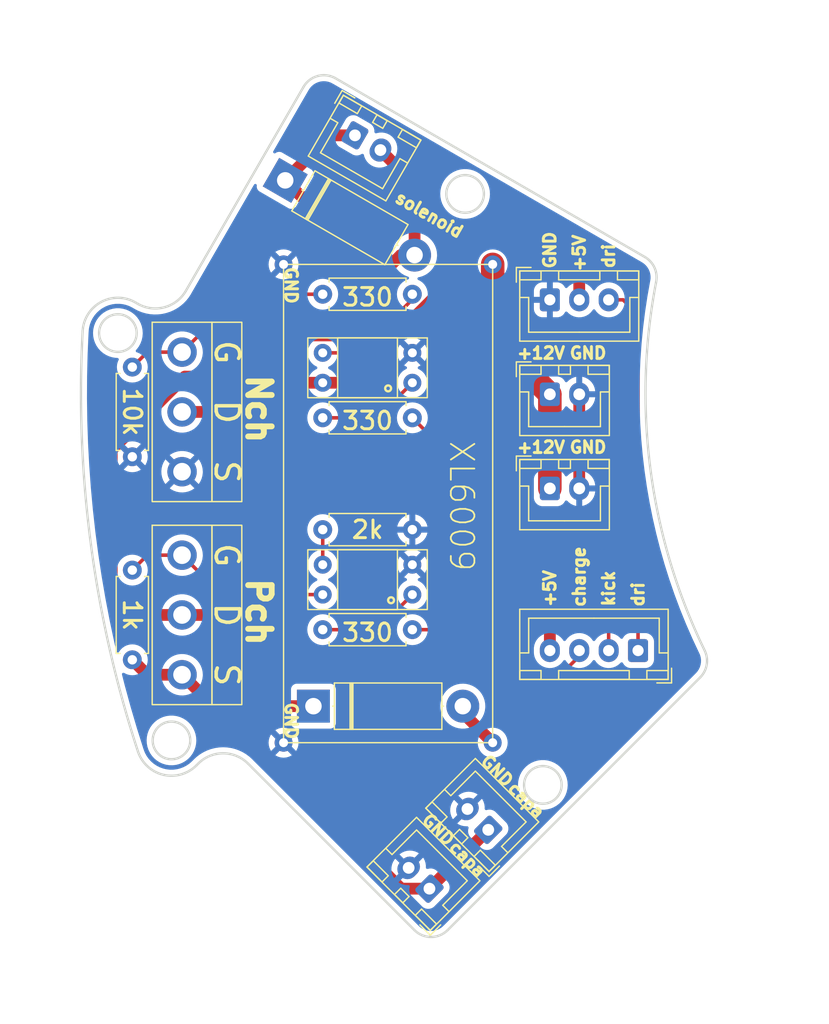
<source format=kicad_pcb>
(kicad_pcb (version 20211014) (generator pcbnew)
  (layers (0 "F.Cu" signal) (31 "B.Cu" signal) (34 "B.Paste" user) (35 "F.Paste" user) (36 "B.SilkS" user "B.Silkscreen") (37 "F.SilkS" user "F.Silkscreen") (38 "B.Mask" user) (39 "F.Mask" user) (44 "Edge.Cuts" user))
  (net 0 "")
  (net 1 "+48V")
  (net 2 "Net-(D1-Pad2)")
  (net 3 "Net-(D2-Pad1)")
  (net 4 "Net-(D2-Pad2)")
  (net 5 "GND")
  (net 6 "dri")
  (net 7 "kick_kick")
  (net 8 "kick_charge")
  (net 9 "+12V")
  (net 10 "+5V")
  (net 11 "Net-(Q1-Pad1)")
  (net 12 "Net-(Q2-Pad1)")
  (net 13 "Net-(R1-Pad2)")
  (net 14 "Net-(R2-Pad2)")
  (net 15 "Net-(R4-Pad1)")
  (net 16 "Net-(R6-Pad1)")
  (footprint "Resistor_THT:R_Axial_DIN0207_L6.3mm_D2.5mm_P7.62mm_Horizontal" (layer "F.Cu") (at 151.56 110.5 180)
    (fp_text reference "R1" hide)
    (fp_text value "R")
    (fp_line (start 0.54 -1.37) (end 7.08 -1.37) (layer "F.SilkS") (width 0.12))
    (fp_line (start 0.54 1.37) (end 7.08 1.37) (layer "F.SilkS") (width 0.12))
    (fp_line (start 7.08 -1.37) (end 7.08 -1.04) (layer "F.SilkS") (width 0.12))
    (fp_line (start 0.54 -1.04) (end 0.54 -1.37) (layer "F.SilkS") (width 0.12))
    (fp_line (start 7.08 1.37) (end 7.08 1.04) (layer "F.SilkS") (width 0.12))
    (fp_line (start 0.54 1.04) (end 0.54 1.37) (layer "F.SilkS") (width 0.12))
    (pad "1" thru_hole circle (at 0 0 180) (size 1.6 1.6) (drill 0.8) (layers *.Cu *.Mask) (net 8 "kick_charge"))
    (pad "2" thru_hole oval (at 7.62 0 180) (size 1.6 1.6) (drill 0.8) (layers *.Cu *.Mask) (net 13 "Net-(R1-Pad2)"))
  )
  (footprint "Connector_JST:JST_XH_B2B-XH-A_1x02_P2.50mm_Vertical" (layer "F.Cu") (at 163.25 98.5)
    (fp_text reference "J6" hide)
    (fp_text value "Conn_01x02_Female")
    (fp_line (start -2.56 3.51) (end 5.06 3.51) (layer "F.SilkS") (width 0.12))
    (fp_line (start -1.8 -0.2) (end -1.8 2.75) (layer "F.SilkS") (width 0.12))
    (fp_line (start 5.06 -2.46) (end -2.56 -2.46) (layer "F.SilkS") (width 0.12))
    (fp_line (start 3.25 -1.7) (end 5.05 -1.7) (layer "F.SilkS") (width 0.12))
    (fp_line (start 0.75 -1.7) (end 1.75 -1.7) (layer "F.SilkS") (width 0.12))
    (fp_line (start 4.3 -0.2) (end 4.3 2.75) (layer "F.SilkS") (width 0.12))
    (fp_line (start 3.25 -2.45) (end 3.25 -1.7) (layer "F.SilkS") (width 0.12))
    (fp_line (start 1.75 -1.7) (end 1.75 -2.45) (layer "F.SilkS") (width 0.12))
    (fp_line (start -0.75 -2.45) (end -2.55 -2.45) (layer "F.SilkS") (width 0.12))
    (fp_line (start 0.75 -2.45) (end 0.75 -1.7) (layer "F.SilkS") (width 0.12))
    (fp_line (start 5.06 3.51) (end 5.06 -2.46) (layer "F.SilkS") (width 0.12))
    (fp_line (start -2.55 -0.2) (end -1.8 -0.2) (layer "F.SilkS") (width 0.12))
    (fp_line (start -2.55 -1.7) (end -0.75 -1.7) (layer "F.SilkS") (width 0.12))
    (fp_line (start -1.8 2.75) (end 1.25 2.75) (layer "F.SilkS") (width 0.12))
    (fp_line (start 4.3 2.75) (end 1.25 2.75) (layer "F.SilkS") (width 0.12))
    (fp_line (start -2.85 -2.75) (end -2.85 -1.5) (layer "F.SilkS") (width 0.12))
    (fp_line (start -2.55 -2.45) (end -2.55 -1.7) (layer "F.SilkS") (width 0.12))
    (fp_line (start 5.05 -1.7) (end 5.05 -2.45) (layer "F.SilkS") (width 0.12))
    (fp_line (start -2.56 -2.46) (end -2.56 3.51) (layer "F.SilkS") (width 0.12))
    (fp_line (start -0.75 -1.7) (end -0.75 -2.45) (layer "F.SilkS") (width 0.12))
    (fp_line (start 1.75 -2.45) (end 0.75 -2.45) (layer "F.SilkS") (width 0.12))
    (fp_line (start 5.05 -2.45) (end 3.25 -2.45) (layer "F.SilkS") (width 0.12))
    (fp_line (start -1.6 -2.75) (end -2.85 -2.75) (layer "F.SilkS") (width 0.12))
    (fp_line (start 5.05 -0.2) (end 4.3 -0.2) (layer "F.SilkS") (width 0.12))
    (pad "1" thru_hole roundrect (at 0 0) (size 1.7 2) (drill 1) (layers *.Cu *.Mask) (roundrect_rratio 0.1470588235) (net 9 "+12V"))
    (pad "2" thru_hole oval (at 2.5 0) (size 1.7 2) (drill 1) (layers *.Cu *.Mask) (net 5 "GND"))
  )
  (footprint "Connector_JST:JST_XH_B2B-XH-A_1x02_P2.50mm_Vertical" (layer "F.Cu") (at 146.679969 68.5 -30)
    (fp_text reference "J3" hide)
    (fp_text value "Conn_01x02_Female")
    (fp_line (start -0.75 -1.7) (end -0.75 -2.45) (layer "F.SilkS") (width 0.12))
    (fp_line (start 1.75 -1.7) (end 1.75 -2.45) (layer "F.SilkS") (width 0.12))
    (fp_line (start -2.55 -2.45) (end -2.55 -1.7) (layer "F.SilkS") (width 0.12))
    (fp_line (start -2.56 3.51) (end 5.06 3.51) (layer "F.SilkS") (width 0.12))
    (fp_line (start -1.6 -2.75) (end -2.85 -2.75) (layer "F.SilkS") (width 0.12))
    (fp_line (start -1.8 -0.2) (end -1.8 2.75) (layer "F.SilkS") (width 0.12))
    (fp_line (start 4.3 -0.2) (end 4.3 2.75) (layer "F.SilkS") (width 0.12))
    (fp_line (start 1.75 -2.45) (end 0.75 -2.45) (layer "F.SilkS") (width 0.12))
    (fp_line (start 5.05 -2.45) (end 3.25 -2.45) (layer "F.SilkS") (width 0.12))
    (fp_line (start 3.25 -1.7) (end 5.05 -1.7) (layer "F.SilkS") (width 0.12))
    (fp_line (start -2.85 -2.75) (end -2.85 -1.5) (layer "F.SilkS") (width 0.12))
    (fp_line (start -1.8 2.75) (end 1.25 2.75) (layer "F.SilkS") (width 0.12))
    (fp_line (start 0.75 -1.7) (end 1.75 -1.7) (layer "F.SilkS") (width 0.12))
    (fp_line (start 0.75 -2.45) (end 0.75 -1.7) (layer "F.SilkS") (width 0.12))
    (fp_line (start 5.05 -0.2) (end 4.3 -0.2) (layer "F.SilkS") (width 0.12))
    (fp_line (start -2.55 -0.2) (end -1.8 -0.2) (layer "F.SilkS") (width 0.12))
    (fp_line (start 5.06 -2.46) (end -2.56 -2.46) (layer "F.SilkS") (width 0.12))
    (fp_line (start -2.55 -1.7) (end -0.75 -1.7) (layer "F.SilkS") (width 0.12))
    (fp_line (start -0.75 -2.45) (end -2.55 -2.45) (layer "F.SilkS") (width 0.12))
    (fp_line (start 3.25 -2.45) (end 3.25 -1.7) (layer "F.SilkS") (width 0.12))
    (fp_line (start 4.3 2.75) (end 1.25 2.75) (layer "F.SilkS") (width 0.12))
    (fp_line (start 5.06 3.51) (end 5.06 -2.46) (layer "F.SilkS") (width 0.12))
    (fp_line (start -2.56 -2.46) (end -2.56 3.51) (layer "F.SilkS") (width 0.12))
    (fp_line (start 5.05 -1.7) (end 5.05 -2.45) (layer "F.SilkS") (width 0.12))
    (pad "1" thru_hole roundrect (at 0 0 330) (size 1.7 2) (drill 1) (layers *.Cu *.Mask) (roundrect_rratio 0.1470588235) (net 3 "Net-(D2-Pad1)"))
    (pad "2" thru_hole oval (at 2.5 0 330) (size 1.7 2) (drill 1) (layers *.Cu *.Mask) (net 4 "Net-(D2-Pad2)"))
  )
  (footprint "Diode_THT:D_5W_P12.70mm_Horizontal" (layer "F.Cu") (at 143.15 117)
    (fp_text reference "D1" hide)
    (fp_text value "D")
    (fp_line (start 10.92 -1.97) (end 1.78 -1.97) (layer "F.SilkS") (width 0.12))
    (fp_line (start 10.92 1.97) (end 10.92 -1.97) (layer "F.SilkS") (width 0.12))
    (fp_line (start 1.78 1.97) (end 10.92 1.97) (layer "F.SilkS") (width 0.12))
    (fp_line (start 3.115 -1.97) (end 3.115 1.97) (layer "F.SilkS") (width 0.12))
    (fp_line (start 3.355 -1.97) (end 3.355 1.97) (layer "F.SilkS") (width 0.12))
    (fp_line (start 3.235 -1.97) (end 3.235 1.97) (layer "F.SilkS") (width 0.12))
    (fp_line (start 1.64 0) (end 1.78 0) (layer "F.SilkS") (width 0.12))
    (fp_line (start 1.78 -1.97) (end 1.78 1.97) (layer "F.SilkS") (width 0.12))
    (fp_line (start 11.06 0) (end 10.92 0) (layer "F.SilkS") (width 0.12))
    (pad "1" thru_hole rect (at 0 0) (size 2.8 2.8) (drill 1.4) (layers *.Cu *.Mask) (net 1 "+48V"))
    (pad "2" thru_hole oval (at 12.7 0) (size 2.8 2.8) (drill 1.4) (layers *.Cu *.Mask) (net 2 "Net-(D1-Pad2)"))
  )
  (footprint "Resistor_THT:R_Axial_DIN0207_L6.3mm_D2.5mm_P7.62mm_Horizontal" (layer "F.Cu") (at 151.56 92.5 180)
    (fp_text reference "R2" hide)
    (fp_text value "R")
    (fp_line (start 0.54 -1.04) (end 0.54 -1.37) (layer "F.SilkS") (width 0.12))
    (fp_line (start 0.54 1.04) (end 0.54 1.37) (layer "F.SilkS") (width 0.12))
    (fp_line (start 7.08 -1.37) (end 7.08 -1.04) (layer "F.SilkS") (width 0.12))
    (fp_line (start 7.08 1.37) (end 7.08 1.04) (layer "F.SilkS") (width 0.12))
    (fp_line (start 0.54 -1.37) (end 7.08 -1.37) (layer "F.SilkS") (width 0.12))
    (fp_line (start 0.54 1.37) (end 7.08 1.37) (layer "F.SilkS") (width 0.12))
    (pad "1" thru_hole circle (at 0 0 180) (size 1.6 1.6) (drill 0.8) (layers *.Cu *.Mask) (net 7 "kick_kick"))
    (pad "2" thru_hole oval (at 7.62 0 180) (size 1.6 1.6) (drill 0.8) (layers *.Cu *.Mask) (net 14 "Net-(R2-Pad2)"))
  )
  (footprint "KiCAD_library:フォトカプラー" (layer "F.Cu") (at 149.02 88.25 -90)
    (fp_text reference "U2" hide)
    (fp_text value "ILD74")
    (fp_rect (start -2.54 -1.27) (end 2.54 3.81) (layer "F.SilkS") (width 0.12) (fill none))
    (fp_rect (start -2.54 -3.81) (end 2.54 6.35) (layer "F.SilkS") (width 0.12) (fill none))
    (pad "1" thru_hole circle (at 1.27 -2.54 270) (size 1.524 1.524) (drill 0.762) (layers *.Cu *.Mask) (net 14 "Net-(R2-Pad2)"))
    (pad "2" thru_hole circle (at -1.27 -2.54 270) (size 1.524 1.524) (drill 0.762) (layers *.Cu *.Mask) (net 5 "GND"))
    (pad "7" thru_hole circle (at 1.27 5.08 270) (size 1.524 1.524) (drill 0.762) (layers *.Cu *.Mask) (net 10 "+5V"))
    (pad "8" thru_hole circle (at -1.27 5.08 270) (size 1.524 1.524) (drill 0.762) (layers *.Cu *.Mask) (net 16 "Net-(R6-Pad1)"))
  )
  (footprint "Connector_JST:JST_XH_B4B-XH-A_1x04_P2.50mm_Vertical" (layer "F.Cu") (at 170.75 112.275 180)
    (fp_text reference "J4" hide)
    (fp_text value "Conn_01x04_Female")
    (fp_line (start -0.75 -2.45) (end -2.55 -2.45) (layer "F.SilkS") (width 0.12))
    (fp_line (start 8.25 -1.7) (end 10.05 -1.7) (layer "F.SilkS") (width 0.12))
    (fp_line (start 0.75 -1.7) (end 6.75 -1.7) (layer "F.SilkS") (width 0.12))
    (fp_line (start 6.75 -2.45) (end 0.75 -2.45) (layer "F.SilkS") (width 0.12))
    (fp_line (start 9.3 2.75) (end 3.75 2.75) (layer "F.SilkS") (width 0.12))
    (fp_line (start -2.55 -1.7) (end -0.75 -1.7) (layer "F.SilkS") (width 0.12))
    (fp_line (start 10.05 -2.45) (end 8.25 -2.45) (layer "F.SilkS") (width 0.12))
    (fp_line (start -2.55 -0.2) (end -1.8 -0.2) (layer "F.SilkS") (width 0.12))
    (fp_line (start 10.05 -1.7) (end 10.05 -2.45) (layer "F.SilkS") (width 0.12))
    (fp_line (start -2.55 -2.45) (end -2.55 -1.7) (layer "F.SilkS") (width 0.12))
    (fp_line (start 9.3 -0.2) (end 9.3 2.75) (layer "F.SilkS") (width 0.12))
    (fp_line (start -0.75 -1.7) (end -0.75 -2.45) (layer "F.SilkS") (width 0.12))
    (fp_line (start 10.06 3.51) (end 10.06 -2.46) (layer "F.SilkS") (width 0.12))
    (fp_line (start -1.8 2.75) (end 3.75 2.75) (layer "F.SilkS") (width 0.12))
    (fp_line (start 8.25 -2.45) (end 8.25 -1.7) (layer "F.SilkS") (width 0.12))
    (fp_line (start 10.06 -2.46) (end -2.56 -2.46) (layer "F.SilkS") (width 0.12))
    (fp_line (start -1.8 -0.2) (end -1.8 2.75) (layer "F.SilkS") (width 0.12))
    (fp_line (start 6.75 -1.7) (end 6.75 -2.45) (layer "F.SilkS") (width 0.12))
    (fp_line (start -1.6 -2.75) (end -2.85 -2.75) (layer "F.SilkS") (width 0.12))
    (fp_line (start -2.85 -2.75) (end -2.85 -1.5) (layer "F.SilkS") (width 0.12))
    (fp_line (start 10.05 -0.2) (end 9.3 -0.2) (layer "F.SilkS") (width 0.12))
    (fp_line (start -2.56 -2.46) (end -2.56 3.51) (layer "F.SilkS") (width 0.12))
    (fp_line (start -2.56 3.51) (end 10.06 3.51) (layer "F.SilkS") (width 0.12))
    (fp_line (start 0.75 -2.45) (end 0.75 -1.7) (layer "F.SilkS") (width 0.12))
    (pad "1" thru_hole roundrect (at 0 0 180) (size 1.7 1.95) (drill 0.95) (layers *.Cu *.Mask) (roundrect_rratio 0.1470588235) (net 6 "dri"))
    (pad "2" thru_hole oval (at 2.5 0 180) (size 1.7 1.95) (drill 0.95) (layers *.Cu *.Mask) (net 7 "kick_kick"))
    (pad "3" thru_hole oval (at 5 0 180) (size 1.7 1.95) (drill 0.95) (layers *.Cu *.Mask) (net 8 "kick_charge"))
    (pad "4" thru_hole oval (at 7.5 0 180) (size 1.7 1.95) (drill 0.95) (layers *.Cu *.Mask) (net 10 "+5V"))
  )
  (footprint "Connector_JST:JST_XH_B2B-XH-A_1x02_P2.50mm_Vertical" (layer "F.Cu") (at 158.012653 127.505115 135)
    (fp_text reference "J1" hide)
    (fp_text value "Conn_01x02_Female")
    (fp_line (start -2.85 -2.75) (end -2.85 -1.5) (layer "F.SilkS") (width 0.12))
    (fp_line (start 1.75 -2.45) (end 0.75 -2.45) (layer "F.SilkS") (width 0.12))
    (fp_line (start 4.3 2.75) (end 1.25 2.75) (layer "F.SilkS") (width 0.12))
    (fp_line (start -1.8 -0.2) (end -1.8 2.75) (layer "F.SilkS") (width 0.12))
    (fp_line (start 5.05 -2.45) (end 3.25 -2.45) (layer "F.SilkS") (width 0.12))
    (fp_line (start -2.55 -1.7) (end -0.75 -1.7) (layer "F.SilkS") (width 0.12))
    (fp_line (start 5.05 -0.2) (end 4.3 -0.2) (layer "F.SilkS") (width 0.12))
    (fp_line (start 3.25 -2.45) (end 3.25 -1.7) (layer "F.SilkS") (width 0.12))
    (fp_line (start -2.55 -2.45) (end -2.55 -1.7) (layer "F.SilkS") (width 0.12))
    (fp_line (start -1.6 -2.75) (end -2.85 -2.75) (layer "F.SilkS") (width 0.12))
    (fp_line (start 1.75 -1.7) (end 1.75 -2.45) (layer "F.SilkS") (width 0.12))
    (fp_line (start 5.06 3.51) (end 5.06 -2.46) (layer "F.SilkS") (width 0.12))
    (fp_line (start -2.56 3.51) (end 5.06 3.51) (layer "F.SilkS") (width 0.12))
    (fp_line (start -2.55 -0.2) (end -1.8 -0.2) (layer "F.SilkS") (width 0.12))
    (fp_line (start -2.56 -2.46) (end -2.56 3.51) (layer "F.SilkS") (width 0.12))
    (fp_line (start 0.75 -1.7) (end 1.75 -1.7) (layer "F.SilkS") (width 0.12))
    (fp_line (start 0.75 -2.45) (end 0.75 -1.7) (layer "F.SilkS") (width 0.12))
    (fp_line (start -1.8 2.75) (end 1.25 2.75) (layer "F.SilkS") (width 0.12))
    (fp_line (start 3.25 -1.7) (end 5.05 -1.7) (layer "F.SilkS") (width 0.12))
    (fp_line (start -0.75 -2.45) (end -2.55 -2.45) (layer "F.SilkS") (width 0.12))
    (fp_line (start 5.06 -2.46) (end -2.56 -2.46) (layer "F.SilkS") (width 0.12))
    (fp_line (start 4.3 -0.2) (end 4.3 2.75) (layer "F.SilkS") (width 0.12))
    (fp_line (start 5.05 -1.7) (end 5.05 -2.45) (layer "F.SilkS") (width 0.12))
    (fp_line (start -0.75 -1.7) (end -0.75 -2.45) (layer "F.SilkS") (width 0.12))
    (pad "1" thru_hole roundrect (at 0 0 135) (size 1.7 2) (drill 1) (layers *.Cu *.Mask) (roundrect_rratio 0.1470588235) (net 3 "Net-(D2-Pad1)"))
    (pad "2" thru_hole oval (at 2.5 0 135) (size 1.7 2) (drill 1) (layers *.Cu *.Mask) (net 5 "GND"))
  )
  (footprint "Resistor_THT:R_Axial_DIN0207_L6.3mm_D2.5mm_P7.62mm_Horizontal" (layer "F.Cu") (at 127.75 95.81 90)
    (fp_text reference "R7" hide)
    (fp_text value "R")
    (fp_line (start 0.54 1.37) (end 7.08 1.37) (layer "F.SilkS") (width 0.12))
    (fp_line (start 0.54 1.04) (end 0.54 1.37) (layer "F.SilkS") (width 0.12))
    (fp_line (start 0.54 -1.04) (end 0.54 -1.37) (layer "F.SilkS") (width 0.12))
    (fp_line (start 0.54 -1.37) (end 7.08 -1.37) (layer "F.SilkS") (width 0.12))
    (fp_line (start 7.08 -1.37) (end 7.08 -1.04) (layer "F.SilkS") (width 0.12))
    (fp_line (start 7.08 1.37) (end 7.08 1.04) (layer "F.SilkS") (width 0.12))
    (pad "1" thru_hole circle (at 0 0 90) (size 1.6 1.6) (drill 0.8) (layers *.Cu *.Mask) (net 5 "GND"))
    (pad "2" thru_hole oval (at 7.62 0 90) (size 1.6 1.6) (drill 0.8) (layers *.Cu *.Mask) (net 12 "Net-(Q2-Pad1)"))
  )
  (footprint "Connector_JST:JST_XH_B2B-XH-A_1x02_P2.50mm_Vertical" (layer "F.Cu") (at 163.25 90.5)
    (fp_text reference "J5" hide)
    (fp_text value "Conn_01x02_Female")
    (fp_line (start 4.3 -0.2) (end 4.3 2.75) (layer "F.SilkS") (width 0.12))
    (fp_line (start -2.56 -2.46) (end -2.56 3.51) (layer "F.SilkS") (width 0.12))
    (fp_line (start 5.05 -1.7) (end 5.05 -2.45) (layer "F.SilkS") (width 0.12))
    (fp_line (start -1.6 -2.75) (end -2.85 -2.75) (layer "F.SilkS") (width 0.12))
    (fp_line (start 5.05 -0.2) (end 4.3 -0.2) (layer "F.SilkS") (width 0.12))
    (fp_line (start 0.75 -1.7) (end 1.75 -1.7) (layer "F.SilkS") (width 0.12))
    (fp_line (start -2.56 3.51) (end 5.06 3.51) (layer "F.SilkS") (width 0.12))
    (fp_line (start 5.05 -2.45) (end 3.25 -2.45) (layer "F.SilkS") (width 0.12))
    (fp_line (start -0.75 -2.45) (end -2.55 -2.45) (layer "F.SilkS") (width 0.12))
    (fp_line (start 4.3 2.75) (end 1.25 2.75) (layer "F.SilkS") (width 0.12))
    (fp_line (start 1.75 -2.45) (end 0.75 -2.45) (layer "F.SilkS") (width 0.12))
    (fp_line (start -2.55 -0.2) (end -1.8 -0.2) (layer "F.SilkS") (width 0.12))
    (fp_line (start 1.75 -1.7) (end 1.75 -2.45) (layer "F.SilkS") (width 0.12))
    (fp_line (start -1.8 -0.2) (end -1.8 2.75) (layer "F.SilkS") (width 0.12))
    (fp_line (start 5.06 -2.46) (end -2.56 -2.46) (layer "F.SilkS") (width 0.12))
    (fp_line (start -2.55 -1.7) (end -0.75 -1.7) (layer "F.SilkS") (width 0.12))
    (fp_line (start -2.55 -2.45) (end -2.55 -1.7) (layer "F.SilkS") (width 0.12))
    (fp_line (start 3.25 -1.7) (end 5.05 -1.7) (layer "F.SilkS") (width 0.12))
    (fp_line (start -2.85 -2.75) (end -2.85 -1.5) (layer "F.SilkS") (width 0.12))
    (fp_line (start 3.25 -2.45) (end 3.25 -1.7) (layer "F.SilkS") (width 0.12))
    (fp_line (start -0.75 -1.7) (end -0.75 -2.45) (layer "F.SilkS") (width 0.12))
    (fp_line (start -1.8 2.75) (end 1.25 2.75) (layer "F.SilkS") (width 0.12))
    (fp_line (start 5.06 3.51) (end 5.06 -2.46) (layer "F.SilkS") (width 0.12))
    (fp_line (start 0.75 -2.45) (end 0.75 -1.7) (layer "F.SilkS") (width 0.12))
    (pad "1" thru_hole roundrect (at 0 0) (size 1.7 2) (drill 1) (layers *.Cu *.Mask) (roundrect_rratio 0.1470588235) (net 9 "+12V"))
    (pad "2" thru_hole oval (at 2.5 0) (size 1.7 2) (drill 1) (layers *.Cu *.Mask) (net 5 "GND"))
  )
  (footprint "Connector_JST:JST_XH_B3B-XH-A_1x03_P2.50mm_Vertical" (layer "F.Cu") (at 163.25 82.475)
    (fp_text reference "J7" hide)
    (fp_text value "Conn_01x03_Female")
    (fp_line (start 0.75 -2.45) (end 0.75 -1.7) (layer "F.SilkS") (width 0.12))
    (fp_line (start 4.25 -2.45) (end 0.75 -2.45) (layer "F.SilkS") (width 0.12))
    (fp_line (start 5.75 -1.7) (end 7.55 -1.7) (layer "F.SilkS") (width 0.12))
    (fp_line (start 5.75 -2.45) (end 5.75 -1.7) (layer "F.SilkS") (width 0.12))
    (fp_line (start -2.55 -2.45) (end -2.55 -1.7) (layer "F.SilkS") (width 0.12))
    (fp_line (start 6.8 -0.2) (end 6.8 2.75) (layer "F.SilkS") (width 0.12))
    (fp_line (start -2.55 -1.7) (end -0.75 -1.7) (layer "F.SilkS") (width 0.12))
    (fp_line (start -1.6 -2.75) (end -2.85 -2.75) (layer "F.SilkS") (width 0.12))
    (fp_line (start 7.55 -1.7) (end 7.55 -2.45) (layer "F.SilkS") (width 0.12))
    (fp_line (start 7.56 3.51) (end 7.56 -2.46) (layer "F.SilkS") (width 0.12))
    (fp_line (start -1.8 -0.2) (end -1.8 2.75) (layer "F.SilkS") (width 0.12))
    (fp_line (start 7.56 -2.46) (end -2.56 -2.46) (layer "F.SilkS") (width 0.12))
    (fp_line (start -1.8 2.75) (end 2.5 2.75) (layer "F.SilkS") (width 0.12))
    (fp_line (start 4.25 -1.7) (end 4.25 -2.45) (layer "F.SilkS") (width 0.12))
    (fp_line (start 6.8 2.75) (end 2.5 2.75) (layer "F.SilkS") (width 0.12))
    (fp_line (start 0.75 -1.7) (end 4.25 -1.7) (layer "F.SilkS") (width 0.12))
    (fp_line (start 7.55 -0.2) (end 6.8 -0.2) (layer "F.SilkS") (width 0.12))
    (fp_line (start 7.55 -2.45) (end 5.75 -2.45) (layer "F.SilkS") (width 0.12))
    (fp_line (start -0.75 -2.45) (end -2.55 -2.45) (layer "F.SilkS") (width 0.12))
    (fp_line (start -2.56 3.51) (end 7.56 3.51) (layer "F.SilkS") (width 0.12))
    (fp_line (start -2.56 -2.46) (end -2.56 3.51) (layer "F.SilkS") (width 0.12))
    (fp_line (start -2.55 -0.2) (end -1.8 -0.2) (layer "F.SilkS") (width 0.12))
    (fp_line (start -2.85 -2.75) (end -2.85 -1.5) (layer "F.SilkS") (width 0.12))
    (fp_line (start -0.75 -1.7) (end -0.75 -2.45) (layer "F.SilkS") (width 0.12))
    (pad "1" thru_hole roundrect (at 0 0) (size 1.7 1.95) (drill 0.95) (layers *.Cu *.Mask) (roundrect_rratio 0.1470588235) (net 5 "GND"))
    (pad "2" thru_hole oval (at 2.5 0) (size 1.7 1.95) (drill 0.95) (layers *.Cu *.Mask) (net 10 "+5V"))
    (pad "3" thru_hole oval (at 5 0) (size 1.7 1.95) (drill 0.95) (layers *.Cu *.Mask) (net 6 "dri"))
  )
  (footprint "Diode_THT:D_5W_P12.70mm_Horizontal" (layer "F.Cu") (at 140.750739 72.325 -30)
    (fp_text reference "D2" hide)
    (fp_text value "D")
    (fp_line (start 3.355 -1.97) (end 3.355 1.97) (layer "F.SilkS") (width 0.12))
    (fp_line (start 3.115 -1.97) (end 3.115 1.97) (layer "F.SilkS") (width 0.12))
    (fp_line (start 1.64 0) (end 1.78 0) (layer "F.SilkS") (width 0.12))
    (fp_line (start 10.92 1.97) (end 10.92 -1.97) (layer "F.SilkS") (width 0.12))
    (fp_line (start 1.78 1.97) (end 10.92 1.97) (layer "F.SilkS") (width 0.12))
    (fp_line (start 3.235 -1.97) (end 3.235 1.97) (layer "F.SilkS") (width 0.12))
    (fp_line (start 11.06 0) (end 10.92 0) (layer "F.SilkS") (width 0.12))
    (fp_line (start 10.92 -1.97) (end 1.78 -1.97) (layer "F.SilkS") (width 0.12))
    (fp_line (start 1.78 -1.97) (end 1.78 1.97) (layer "F.SilkS") (width 0.12))
    (pad "1" thru_hole rect (at 0 0 330) (size 2.8 2.8) (drill 1.4) (layers *.Cu *.Mask) (net 3 "Net-(D2-Pad1)"))
    (pad "2" thru_hole oval (at 12.7 0 330) (size 2.8 2.8) (drill 1.4) (layers *.Cu *.Mask) (net 4 "Net-(D2-Pad2)"))
  )
  (footprint "KiCAD_library:Pch MOSFET" (layer "F.Cu") (at 131.98 92 -90)
    (fp_text reference "Q2" hide)
    (fp_text value "Q_NMOS_GDS")
    (fp_text user "S" (at 5.08 -3.81 -90 unlocked) (layer "F.SilkS") (effects (font (size 2 2) (thickness 0.3))))
    (fp_text user "D" (at 0 -3.81 -90 unlocked) (layer "F.SilkS") (effects (font (size 2 2) (thickness 0.3))))
    (fp_text user "G" (at -5.08 -3.81 -90 unlocked) (layer "F.SilkS") (effects (font (size 2 2) (thickness 0.3))))
    (fp_rect (start -7.62 2.54) (end 7.62 -2.54) (layer "F.SilkS") (width 0.12) (fill none))
    (fp_rect (start -7.62 -2.54) (end 7.62 -5.08) (layer "F.SilkS") (width 0.12) (fill none))
    (pad "1" thru_hole circle (at -5.08 0 270) (size 2.5 2.5) (drill 1.5) (layers *.Cu *.Mask) (net 12 "Net-(Q2-Pad1)"))
    (pad "2" thru_hole circle (at 0 0 270) (size 2.5 2.5) (drill 1.5) (layers *.Cu *.Mask) (net 4 "Net-(D2-Pad2)"))
    (pad "3" thru_hole circle (at 5.08 0 270) (size 2.5 2.5) (drill 1.5) (layers *.Cu *.Mask) (net 5 "GND"))
  )
  (footprint "Resistor_THT:R_Axial_DIN0207_L6.3mm_D2.5mm_P7.62mm_Horizontal" (layer "F.Cu") (at 151.56 82 180)
    (fp_text reference "R6" hide)
    (fp_text value "R")
    (fp_line (start 7.08 -1.37) (end 7.08 -1.04) (layer "F.SilkS") (width 0.12))
    (fp_line (start 0.54 -1.04) (end 0.54 -1.37) (layer "F.SilkS") (width 0.12))
    (fp_line (start 7.08 1.37) (end 7.08 1.04) (layer "F.SilkS") (width 0.12))
    (fp_line (start 0.54 -1.37) (end 7.08 -1.37) (layer "F.SilkS") (width 0.12))
    (fp_line (start 0.54 1.37) (end 7.08 1.37) (layer "F.SilkS") (width 0.12))
    (fp_line (start 0.54 1.04) (end 0.54 1.37) (layer "F.SilkS") (width 0.12))
    (pad "1" thru_hole circle (at 0 0 180) (size 1.6 1.6) (drill 0.8) (layers *.Cu *.Mask) (net 16 "Net-(R6-Pad1)"))
    (pad "2" thru_hole oval (at 7.62 0 180) (size 1.6 1.6) (drill 0.8) (layers *.Cu *.Mask) (net 12 "Net-(Q2-Pad1)"))
  )
  (footprint "KiCAD_library:Pch MOSFET" (layer "F.Cu") (at 131.98 109.25 -90)
    (fp_text reference "Q1" hide)
    (fp_text value "Q_PMOS_GDS")
    (fp_text user "D" (at 0 -3.81 -90 unlocked) (layer "F.SilkS") (effects (font (size 2 2) (thickness 0.3))))
    (fp_text user "S" (at 5.08 -3.81 -90 unlocked) (layer "F.SilkS") (effects (font (size 2 2) (thickness 0.3))))
    (fp_text user "G" (at -5.08 -3.81 -90 unlocked) (layer "F.SilkS") (effects (font (size 2 2) (thickness 0.3))))
    (fp_rect (start -7.62 2.54) (end 7.62 -2.54) (layer "F.SilkS") (width 0.12) (fill none))
    (fp_rect (start -7.62 -2.54) (end 7.62 -5.08) (layer "F.SilkS") (width 0.12) (fill none))
    (pad "1" thru_hole circle (at -5.08 0 270) (size 2.5 2.5) (drill 1.5) (layers *.Cu *.Mask) (net 11 "Net-(Q1-Pad1)"))
    (pad "2" thru_hole circle (at 0 0 270) (size 2.5 2.5) (drill 1.5) (layers *.Cu *.Mask) (net 3 "Net-(D2-Pad1)"))
    (pad "3" thru_hole circle (at 5.08 0 270) (size 2.5 2.5) (drill 1.5) (layers *.Cu *.Mask) (net 1 "+48V"))
  )
  (footprint "KiCAD_library:フォトカプラー" (layer "F.Cu") (at 149.02 106.25 -90)
    (fp_text reference "U1" hide)
    (fp_text value "ILD74")
    (fp_rect (start -2.54 -3.81) (end 2.54 6.35) (layer "F.SilkS") (width 0.12) (fill none))
    (fp_rect (start -2.54 -1.27) (end 2.54 3.81) (layer "F.SilkS") (width 0.12) (fill none))
    (pad "1" thru_hole circle (at 1.27 -2.54 270) (size 1.524 1.524) (drill 0.762) (layers *.Cu *.Mask) (net 13 "Net-(R1-Pad2)"))
    (pad "2" thru_hole circle (at -1.27 -2.54 270) (size 1.524 1.524) (drill 0.762) (layers *.Cu *.Mask) (net 5 "GND"))
    (pad "7" thru_hole circle (at 1.27 5.08 270) (size 1.524 1.524) (drill 0.762) (layers *.Cu *.Mask) (net 11 "Net-(Q1-Pad1)"))
    (pad "8" thru_hole circle (at -1.27 5.08 270) (size 1.524 1.524) (drill 0.762) (layers *.Cu *.Mask) (net 15 "Net-(R4-Pad1)"))
  )
  (footprint "Resistor_THT:R_Axial_DIN0207_L6.3mm_D2.5mm_P7.62mm_Horizontal" (layer "F.Cu") (at 127.75 105.44 -90)
    (fp_text reference "R3" hide)
    (fp_text value "R")
    (fp_line (start 0.54 -1.37) (end 7.08 -1.37) (layer "F.SilkS") (width 0.12))
    (fp_line (start 7.08 -1.37) (end 7.08 -1.04) (layer "F.SilkS") (width 0.12))
    (fp_line (start 7.08 1.37) (end 7.08 1.04) (layer "F.SilkS") (width 0.12))
    (fp_line (start 0.54 -1.04) (end 0.54 -1.37) (layer "F.SilkS") (width 0.12))
    (fp_line (start 0.54 1.37) (end 7.08 1.37) (layer "F.SilkS") (width 0.12))
    (fp_line (start 0.54 1.04) (end 0.54 1.37) (layer "F.SilkS") (width 0.12))
    (pad "1" thru_hole circle (at 0 0 270) (size 1.6 1.6) (drill 0.8) (layers *.Cu *.Mask) (net 11 "Net-(Q1-Pad1)"))
    (pad "2" thru_hole oval (at 7.62 0 270) (size 1.6 1.6) (drill 0.8) (layers *.Cu *.Mask) (net 1 "+48V"))
  )
  (footprint "XL6009:XL6009" (layer "F.Cu") (at 149.5 74.384)
    (fp_text reference "U3" hide)
    (fp_text value "XL6009")
    (fp_text user "XL6009" (at 6.25 25.616 270 unlocked) (layer "F.SilkS") (effects (font (size 2 2))))
    (fp_rect (start -8.89 5.08) (end 8.89 45.72) (layer "F.SilkS") (width 0.12) (fill none))
    (pad "1" thru_hole circle (at 8.89 5.08) (size 1.524 1.524) (drill 0.762) (layers *.Cu *.Mask) (net 9 "+12V"))
    (pad "2" thru_hole circle (at -8.89 5.08) (size 1.524 1.524) (drill 0.762) (layers *.Cu *.Mask) (net 5 "GND"))
    (pad "3" thru_hole circle (at 8.89 45.72) (size 1.524 1.524) (drill 0.762) (layers *.Cu *.Mask) (net 2 "Net-(D1-Pad2)"))
    (pad "4" thru_hole circle (at -8.89 45.72) (size 1.524 1.524) (drill 0.762) (layers *.Cu *.Mask) (net 5 "GND"))
  )
  (footprint "Connector_JST:JST_XH_B2B-XH-A_1x02_P2.50mm_Vertical" (layer "F.Cu") (at 153.012653 132.505114 135)
    (fp_text reference "J2" hide)
    (fp_text value "Conn_01x02_Female")
    (fp_line (start 5.06 3.51) (end 5.06 -2.46) (layer "F.SilkS") (width 0.12))
    (fp_line (start -2.55 -0.2) (end -1.8 -0.2) (layer "F.SilkS") (width 0.12))
    (fp_line (start -2.55 -2.45) (end -2.55 -1.7) (layer "F.SilkS") (width 0.12))
    (fp_line (start 1.75 -2.45) (end 0.75 -2.45) (layer "F.SilkS") (width 0.12))
    (fp_line (start 0.75 -2.45) (end 0.75 -1.7) (layer "F.SilkS") (width 0.12))
    (fp_line (start -1.8 -0.2) (end -1.8 2.75) (layer "F.SilkS") (width 0.12))
    (fp_line (start 3.25 -2.45) (end 3.25 -1.7) (layer "F.SilkS") (width 0.12))
    (fp_line (start 4.3 2.75) (end 1.25 2.75) (layer "F.SilkS") (width 0.12))
    (fp_line (start 5.05 -1.7) (end 5.05 -2.45) (layer "F.SilkS") (width 0.12))
    (fp_line (start -0.75 -1.7) (end -0.75 -2.45) (layer "F.SilkS") (width 0.12))
    (fp_line (start 0.75 -1.7) (end 1.75 -1.7) (layer "F.SilkS") (width 0.12))
    (fp_line (start -0.75 -2.45) (end -2.55 -2.45) (layer "F.SilkS") (width 0.12))
    (fp_line (start -2.56 3.51) (end 5.06 3.51) (layer "F.SilkS") (width 0.12))
    (fp_line (start -1.6 -2.75) (end -2.85 -2.75) (layer "F.SilkS") (width 0.12))
    (fp_line (start -1.8 2.75) (end 1.25 2.75) (layer "F.SilkS") (width 0.12))
    (fp_line (start 3.25 -1.7) (end 5.05 -1.7) (layer "F.SilkS") (width 0.12))
    (fp_line (start 1.75 -1.7) (end 1.75 -2.45) (layer "F.SilkS") (width 0.12))
    (fp_line (start -2.55 -1.7) (end -0.75 -1.7) (layer "F.SilkS") (width 0.12))
    (fp_line (start 5.05 -0.2) (end 4.3 -0.2) (layer "F.SilkS") (width 0.12))
    (fp_line (start -2.56 -2.46) (end -2.56 3.51) (layer "F.SilkS") (width 0.12))
    (fp_line (start 5.06 -2.46) (end -2.56 -2.46) (layer "F.SilkS") (width 0.12))
    (fp_line (start 5.05 -2.45) (end 3.25 -2.45) (layer "F.SilkS") (width 0.12))
    (fp_line (start -2.85 -2.75) (end -2.85 -1.5) (layer "F.SilkS") (width 0.12))
    (fp_line (start 4.3 -0.2) (end 4.3 2.75) (layer "F.SilkS") (width 0.12))
    (pad "1" thru_hole roundrect (at 0 0 135) (size 1.7 2) (drill 1) (layers *.Cu *.Mask) (roundrect_rratio 0.1470588235) (net 3 "Net-(D2-Pad1)"))
    (pad "2" thru_hole oval (at 2.5 0 135) (size 1.7 2) (drill 1) (layers *.Cu *.Mask) (net 5 "GND"))
  )
  (footprint "Resistor_THT:R_Axial_DIN0207_L6.3mm_D2.5mm_P7.62mm_Horizontal" (layer "F.Cu") (at 143.94 102)
    (fp_text reference "R4" hide)
    (fp_text value "R")
    (fp_line (start 7.08 1.37) (end 7.08 1.04) (layer "F.SilkS") (width 0.12))
    (fp_line (start 0.54 1.04) (end 0.54 1.37) (layer "F.SilkS") (width 0.12))
    (fp_line (start 0.54 -1.37) (end 7.08 -1.37) (layer "F.SilkS") (width 0.12))
    (fp_line (start 0.54 -1.04) (end 0.54 -1.37) (layer "F.SilkS") (width 0.12))
    (fp_line (start 0.54 1.37) (end 7.08 1.37) (layer "F.SilkS") (width 0.12))
    (fp_line (start 7.08 -1.37) (end 7.08 -1.04) (layer "F.SilkS") (width 0.12))
    (pad "1" thru_hole circle (at 0 0) (size 1.6 1.6) (drill 0.8) (layers *.Cu *.Mask) (net 15 "Net-(R4-Pad1)"))
    (pad "2" thru_hole oval (at 7.62 0) (size 1.6 1.6) (drill 0.8) (layers *.Cu *.Mask) (net 5 "GND"))
  )
  (gr_circle (center 149.75 108) (end 150 108) (layer "F.SilkS") (width 0.2) (fill none))
  (gr_circle (center 149.5 90) (end 149.75 90) (layer "F.SilkS") (width 0.2) (fill none))
  (gr_arc (start 133.200766 122.032359) (mid 130.381338 122.828668) (end 128.227693 120.842439) (layer "Edge.Cuts") (width 0.2))
  (gr_line (start 171.326171 78.83577) (end 145.035934 63.657095) (layer "Edge.Cuts") (width 0.2))
  (gr_circle (center 156.045026 73.477299) (end 154.445026 73.477299) (layer "Edge.Cuts") (width 0.2) (fill none))
  (gr_line (start 154.563363 136.025101) (end 176.029252 114.559213) (layer "Edge.Cuts") (width 0.2))
  (gr_circle (center 162.655673 123.690151) (end 161.055673 123.690151) (layer "Edge.Cuts") (width 0.2) (fill none))
  (gr_arc (start 133.35016 121.882966) (mid 135.47148 121.004286) (end 137.5928 121.882966) (layer "Edge.Cuts") (width 0.2))
  (gr_arc (start 176.413881 112.270835) (mid 176.587382 113.476512) (end 176.029252 114.559213) (layer "Edge.Cuts") (width 0.2))
  (gr_line (start 133.200766 122.032359) (end 133.35016 121.882966) (layer "Edge.Cuts") (width 0.2))
  (gr_circle (center 131.079446 119.911039) (end 129.479446 119.911039) (layer "Edge.Cuts") (width 0.2) (fill none))
  (gr_circle (center 126.522838 85.300169) (end 124.922838 85.300169) (layer "Edge.Cuts") (width 0.2) (fill none))
  (gr_line (start 142.303884 64.389146) (end 132.303884 81.709654) (layer "Edge.Cuts") (width 0.2))
  (gr_line (start 128.205807 82.80773) (end 128.022838 82.702093) (layer "Edge.Cuts") (width 0.2))
  (gr_arc (start 142.303884 64.389146) (mid 143.518297 63.457267) (end 145.035934 63.657095) (layer "Edge.Cuts") (width 0.2))
  (gr_line (start 137.5928 121.882966) (end 151.734936 136.025101) (layer "Edge.Cuts") (width 0.2))
  (gr_arc (start 176.413881 112.270835) (mid 171.812711 96.943024) (end 172.28997 80.946625) (layer "Edge.Cuts") (width 0.2))
  (gr_arc (start 154.563363 136.025101) (mid 153.149149 136.610888) (end 151.734936 136.025101) (layer "Edge.Cuts") (width 0.2))
  (gr_arc (start 123.527193 85.138594) (mid 125.093383 82.662655) (end 128.022838 82.702093) (layer "Edge.Cuts") (width 0.2))
  (gr_arc (start 128.227693 120.842439) (mid 124.223358 103.208281) (end 123.527193 85.138594) (layer "Edge.Cuts") (width 0.2))
  (gr_arc (start 171.326171 78.83577) (mid 172.145489 79.737132) (end 172.28997 80.946625) (layer "Edge.Cuts") (width 0.2))
  (gr_arc (start 132.303884 81.709654) (mid 130.482268 83.107382) (end 128.205807 82.80773) (layer "Edge.Cuts") (width 0.2))
  (gr_text "dri" (at 168.25 78.75 90) (layer "F.SilkS") (effects (font (size 1 1) (thickness 0.25))))
  (gr_text "solenoid" (at 153 75.25 -30) (layer "F.SilkS") (effects (font (size 1 1) (thickness 0.25))))
  (gr_text "GND" (at 163.25 78.25 90) (layer "F.SilkS") (effects (font (size 1 1) (thickness 0.25))))
  (gr_text "capa" (at 156.25 130 315) (layer "F.SilkS") (effects (font (size 1 1) (thickness 0.25))))
  (gr_text "kick" (at 168.25 107 90) (layer "F.SilkS") (effects (font (size 1 1) (thickness 0.25))))
  (gr_text "+12V" (at 162.5 95) (layer "F.SilkS") (effects (font (size 1 1) (thickness 0.25))))
  (gr_text "GND" (at 141.25 118.25 270) (layer "F.SilkS") (effects (font (size 1 1) (thickness 0.25))))
  (gr_text "capa" (at 161.25 125 315) (layer "F.SilkS") (effects (font (size 1 1) (thickness 0.25))))
  (gr_text "330" (at 147.75 92.75) (layer "F.SilkS") (effects (font (size 1.5 1.5) (thickness 0.25))))
  (gr_text "1k" (at 127.75 109.25 270) (layer "F.SilkS") (effects (font (size 1.5 1.5) (thickness 0.25))))
  (gr_text "330" (at 147.75 110.75) (layer "F.SilkS") (effects (font (size 1.5 1.5) (thickness 0.25))))
  (gr_text "Nch" (at 138.5 91.75 270) (layer "F.SilkS") (effects (font (size 2 2) (thickness 0.5))))
  (gr_text "dri" (at 170.75 107.5 90) (layer "F.SilkS") (effects (font (size 1 1) (thickness 0.25))))
  (gr_text "+12V" (at 162.5 87) (layer "F.SilkS") (effects (font (size 1 1) (thickness 0.25))))
  (gr_text "+5V" (at 165.75 78.5 90) (layer "F.SilkS") (effects (font (size 1 1) (thickness 0.25))))
  (gr_text "GND" (at 166.5 87) (layer "F.SilkS") (effects (font (size 1 1) (thickness 0.25))))
  (gr_text "charge" (at 165.75 106 90) (layer "F.SilkS") (effects (font (size 1 1) (thickness 0.25))))
  (gr_text "GND" (at 166.5 95) (layer "F.SilkS") (effects (font (size 1 1) (thickness 0.25))))
  (gr_text "GND" (at 141.25 81.25 270) (layer "F.SilkS") (effects (font (size 1 1) (thickness 0.25))))
  (gr_text "GND" (at 153.75 127.5 315) (layer "F.SilkS") (effects (font (size 1 1) (thickness 0.25))))
  (gr_text "330" (at 147.75 82.25) (layer "F.SilkS") (effects (font (size 1.5 1.5) (thickness 0.25))))
  (gr_text "10k" (at 127.75 92 270) (layer "F.SilkS") (effects (font (size 1.5 1.5) (thickness 0.25))))
  (gr_text "GND" (at 158.75 122.5 315) (layer "F.SilkS") (effects (font (size 1 1) (thickness 0.25))))
  (gr_text "2k" (at 147.75 102) (layer "F.SilkS") (effects (font (size 1.5 1.5) (thickness 0.25))))
  (gr_text "Pch" (at 138.5 109 270) (layer "F.SilkS") (effects (font (size 2 2) (thickness 0.5))))
  (gr_text "+5V" (at 163.25 107 90) (layer "F.SilkS") (effects (font (size 1 1) (thickness 0.25))))
  (segment (start 143.15 117) (end 134.65 117) (width 1) (layer "F.Cu") (net 1))
  (segment (start 129.02 114.33) (end 127.75 113.06) (width 1) (layer "F.Cu") (net 1))
  (segment (start 134.65 117) (end 131.98 114.33) (width 1) (layer "F.Cu") (net 1))
  (segment (start 131.98 114.33) (end 129.02 114.33) (width 1) (layer "F.Cu") (net 1))
  (segment (start 155.85 117) (end 155.85 117.564) (width 1) (layer "F.Cu") (net 2))
  (segment (start 155.85 117.564) (end 158.39 120.104) (width 1) (layer "F.Cu") (net 2))
  (segment (start 131.98 109.25) (end 128.5 109.25) (width 1) (layer "F.Cu") (net 3))
  (segment (start 145 84) (end 146 83) (width 1) (layer "F.Cu") (net 3))
  (segment (start 144.75 113.5) (end 147.25 116) (width 1) (layer "F.Cu") (net 3))
  (segment (start 141.5 84) (end 145 84) (width 1) (layer "F.Cu") (net 3))
  (segment (start 128.5 109.25) (end 126 106.75) (width 1) (layer "F.Cu") (net 3))
  (segment (start 136.5 109.25) (end 140.75 113.5) (width 1) (layer "F.Cu") (net 3))
  (segment (start 144.575739 68.5) (end 140.750739 72.325) (width 1) (layer "F.Cu") (net 3))
  (segment (start 153.012653 132.505114) (end 158.012653 127.505115) (width 1) (layer "F.Cu") (net 3))
  (segment (start 147.25 129.146625) (end 150.608489 132.505114) (width 1) (layer "F.Cu") (net 3))
  (segment (start 131.98 109.25) (end 136.5 109.25) (width 1) (layer "F.Cu") (net 3))
  (segment (start 132.222283 89) (end 136.5 89) (width 1) (layer "F.Cu") (net 3))
  (segment (start 146 83) (end 146 77.574261) (width 1) (layer "F.Cu") (net 3))
  (segment (start 140.75 113.5) (end 144.75 113.5) (width 1) (layer "F.Cu") (net 3))
  (segment (start 146.679969 68.5) (end 144.575739 68.5) (width 1) (layer "F.Cu") (net 3))
  (segment (start 136.5 89) (end 141.5 84) (width 1) (layer "F.Cu") (net 3))
  (segment (start 126 95.222283) (end 132.222283 89) (width 1) (layer "F.Cu") (net 3))
  (segment (start 147.25 116) (end 147.25 129.146625) (width 1) (layer "F.Cu") (net 3))
  (segment (start 150.608489 132.505114) (end 153.012653 132.505114) (width 1) (layer "F.Cu") (net 3))
  (segment (start 146 77.574261) (end 140.750739 72.325) (width 1) (layer "F.Cu") (net 3))
  (segment (start 126 106.75) (end 126 95.222283) (width 1) (layer "F.Cu") (net 3))
  (segment (start 150.575 78.675) (end 151.749262 78.675) (width 1) (layer "F.Cu") (net 4))
  (segment (start 136.061321 92) (end 142.561321 85.5) (width 1) (layer "F.Cu") (net 4))
  (segment (start 142.561321 85.5) (end 147.25 85.5) (width 1) (layer "F.Cu") (net 4))
  (segment (start 151.749262 72.654229) (end 148.845033 69.75) (width 1) (layer "F.Cu") (net 4))
  (segment (start 149.5 83.25) (end 149.5 79.75) (width 1) (layer "F.Cu") (net 4))
  (segment (start 149.5 79.75) (end 150.575 78.675) (width 1) (layer "F.Cu") (net 4))
  (segment (start 131.98 92) (end 136.061321 92) (width 1) (layer "F.Cu") (net 4))
  (segment (start 147.25 85.5) (end 149.5 83.25) (width 1) (layer "F.Cu") (net 4))
  (segment (start 151.749262 78.675) (end 151.749262 72.654229) (width 1) (layer "F.Cu") (net 4))
  (segment (start 165.75 90.5) (end 165.75 90.25) (width 1) (layer "F.Cu") (net 5))
  (segment (start 165.75 98.5) (end 165.75 90.5) (width 1) (layer "F.Cu") (net 5))
  (segment (start 169.475 82.475) (end 168.25 82.475) (width 0.3) (layer "F.Cu") (net 6))
  (segment (start 170.75 83.75) (end 169.475 82.475) (width 0.3) (layer "F.Cu") (net 6))
  (segment (start 170.75 112.275) (end 170.75 83.75) (width 0.3) (layer "F.Cu") (net 6))
  (segment (start 168.25 112.275) (end 168.25 109.19) (width 0.3) (layer "F.Cu") (net 7))
  (segment (start 168.25 109.19) (end 151.56 92.5) (width 0.3) (layer "F.Cu") (net 7))
  (segment (start 151.56 110.5) (end 154.25 110.5) (width 0.3) (layer "F.Cu") (net 8))
  (segment (start 158.5 114.75) (end 163.75 114.75) (width 0.3) (layer "F.Cu") (net 8))
  (segment (start 165.75 112.75) (end 165.75 112.275) (width 0.3) (layer "F.Cu") (net 8))
  (segment (start 154.25 110.5) (end 158.5 114.75) (width 0.3) (layer "F.Cu") (net 8))
  (segment (start 163.75 114.75) (end 165.75 112.75) (width 0.3) (layer "F.Cu") (net 8))
  (segment (start 158.39 85.64) (end 163.25 90.5) (width 2) (layer "F.Cu") (net 9))
  (segment (start 163.25 90.5) (end 163.25 98.5) (width 2) (layer "F.Cu") (net 9))
  (segment (start 158.39 79.464) (end 158.39 85.64) (width 2) (layer "F.Cu") (net 9))
  (segment (start 142.48 89.52) (end 141.25 90.75) (width 1) (layer "F.Cu") (net 10))
  (segment (start 165.75 80.25) (end 165.75 82.475) (width 1) (layer "F.Cu") (net 10))
  (segment (start 162 76.5) (end 165.75 80.25) (width 1) (layer "F.Cu") (net 10))
  (segment (start 152 97.25) (end 163.25 108.5) (width 1) (layer "F.Cu") (net 10))
  (segment (start 163.25 108.5) (end 163.25 112.275) (width 1) (layer "F.Cu") (net 10))
  (segment (start 141.25 95) (end 143.5 97.25) (width 1) (layer "F.Cu") (net 10))
  (segment (start 157.5 76.5) (end 162 76.5) (width 1) (layer "F.Cu") (net 10))
  (segment (start 155.75 78.25) (end 157.5 76.5) (width 1) (layer "F.Cu") (net 10))
  (segment (start 146.161321 89.52) (end 155.75 79.931321) (width 1) (layer "F.Cu") (net 10))
  (segment (start 141.25 90.75) (end 141.25 95) (width 1) (layer "F.Cu") (net 10))
  (segment (start 143.94 89.52) (end 142.48 89.52) (width 1) (layer "F.Cu") (net 10))
  (segment (start 143.5 97.25) (end 152 97.25) (width 1) (layer "F.Cu") (net 10))
  (segment (start 155.75 79.931321) (end 155.75 78.25) (width 1) (layer "F.Cu") (net 10))
  (segment (start 143.94 89.52) (end 146.161321 89.52) (width 1) (layer "F.Cu") (net 10))
  (segment (start 131.98 104.17) (end 129.02 104.17) (width 0.3) (layer "F.Cu") (net 11))
  (segment (start 129.02 104.17) (end 127.75 105.44) (width 0.3) (layer "F.Cu") (net 11))
  (segment (start 135.33 107.52) (end 131.98 104.17) (width 0.3) (layer "F.Cu") (net 11))
  (segment (start 143.94 107.52) (end 135.33 107.52) (width 0.3) (layer "F.Cu") (net 11))
  (segment (start 129.02 86.92) (end 127.75 88.19) (width 0.3) (layer "F.Cu") (net 12))
  (segment (start 136.9 82) (end 143.94 82) (width 0.3) (layer "F.Cu") (net 12))
  (segment (start 131.98 86.92) (end 136.9 82) (width 0.3) (layer "F.Cu") (net 12))
  (segment (start 131.98 86.92) (end 129.02 86.92) (width 0.3) (layer "F.Cu") (net 12))
  (segment (start 143.94 110.5) (end 148.58 110.5) (width 0.3) (layer "F.Cu") (net 13))
  (segment (start 148.58 110.5) (end 151.56 107.52) (width 0.3) (layer "F.Cu") (net 13))
  (segment (start 148.58 92.5) (end 151.56 89.52) (width 0.3) (layer "F.Cu") (net 14))
  (segment (start 143.94 92.5) (end 148.58 92.5) (width 0.3) (layer "F.Cu") (net 14))
  (segment (start 143.94 104.98) (end 143.94 102) (width 0.3) (layer "F.Cu") (net 15))
  (segment (start 151.56 82.44) (end 151.56 82) (width 0.3) (layer "F.Cu") (net 16))
  (segment (start 143.94 86.98) (end 147.02 86.98) (width 0.3) (layer "F.Cu") (net 16))
  (segment (start 147.02 86.98) (end 151.56 82.44) (width 0.3) (layer "F.Cu") (net 16))
  (zone (net 5) (net_name "GND") (layer "B.Cu") (connect_pads (clearance 0.508)) (min_thickness 0.254) (fill yes (thermal_gap 0.508) (thermal_bridge_width 0.508))
    (polygon (pts (xy 187 144) (xy 116.5 144) (xy 116.5 57) (xy 187 57)))
  )
)
</source>
